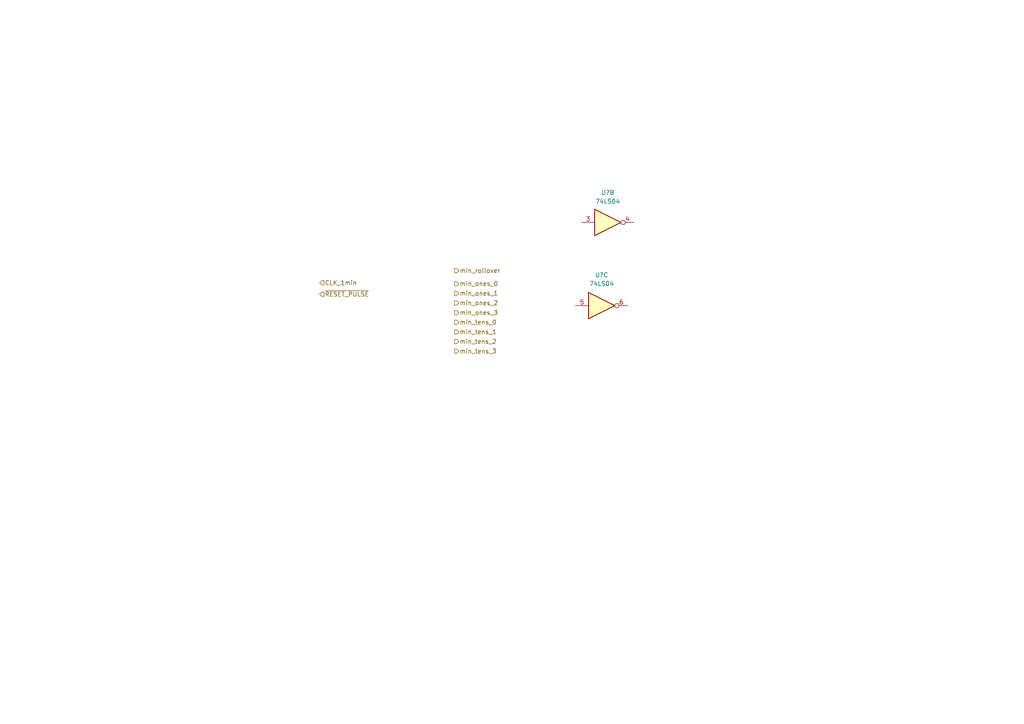
<source format=kicad_sch>
(kicad_sch (version 20211123) (generator eeschema)
  (paper "A4")
  (lib_symbols
    (symbol "74xx:74LS04"
      (property "Reference" "U" (at 0 1.27 0))
      (property "Value" "74LS04" (at 0 -1.27 0))
      (symbol "74LS04_1_0"
        (polyline (pts (xy -3.81 3.81) (xy -3.81 -3.81) (xy 3.81 0) (xy -3.81 3.81)) (stroke (width 0.254)) (fill (type background)))
        (pin input line (at -7.62 0 0) (length 3.81) (name "~") (number "1"))
        (pin output inverted (at 7.62 0 180) (length 3.81) (name "~") (number "2"))
      )
      (symbol "74LS04_2_0"
        (polyline (pts (xy -3.81 3.81) (xy -3.81 -3.81) (xy 3.81 0) (xy -3.81 3.81)) (stroke (width 0.254)) (fill (type background)))
        (pin input line (at -7.62 0 0) (length 3.81) (name "~") (number "3"))
        (pin output inverted (at 7.62 0 180) (length 3.81) (name "~") (number "4"))
      )
      (symbol "74LS04_3_0"
        (polyline (pts (xy -3.81 3.81) (xy -3.81 -3.81) (xy 3.81 0) (xy -3.81 3.81)) (stroke (width 0.254)) (fill (type background)))
        (pin input line (at -7.62 0 0) (length 3.81) (name "~") (number "5"))
        (pin output inverted (at 7.62 0 180) (length 3.81) (name "~") (number "6"))
      )
      (symbol "74LS04_4_0"
        (polyline (pts (xy -3.81 3.81) (xy -3.81 -3.81) (xy 3.81 0) (xy -3.81 3.81)) (stroke (width 0.254)) (fill (type background)))
        (pin output inverted (at 7.62 0 180) (length 3.81) (name "~") (number "8"))
        (pin input line (at -7.62 0 0) (length 3.81) (name "~") (number "9"))
      )
      (symbol "74LS04_5_0"
        (polyline (pts (xy -3.81 3.81) (xy -3.81 -3.81) (xy 3.81 0) (xy -3.81 3.81)) (stroke (width 0.254)) (fill (type background)))
        (pin output inverted (at 7.62 0 180) (length 3.81) (name "~") (number "10"))
        (pin input line (at -7.62 0 0) (length 3.81) (name "~") (number "11"))
      )
      (symbol "74LS04_6_0"
        (polyline (pts (xy -3.81 3.81) (xy -3.81 -3.81) (xy 3.81 0) (xy -3.81 3.81)) (stroke (width 0.254)) (fill (type background)))
        (pin output inverted (at 7.62 0 180) (length 3.81) (name "~") (number "12"))
        (pin input line (at -7.62 0 0) (length 3.81) (name "~") (number "13"))
      )
      (symbol "74LS04_7_0"
        (pin power_in line (at 0 12.7 270) (length 5.08) (name "VCC") (number "14"))
        (pin power_in line (at 0 -12.7 90) (length 5.08) (name "GND") (number "7"))
      )
      (symbol "74LS04_7_1"
        (rectangle (start -5.08 7.62) (end 5.08 -7.62) (stroke (width 0.254)) (fill (type background)))
      )
    )
  )
  (hierarchical_label "min_ones_1" (shape output) (at 131.826 85.09 0))
  (hierarchical_label "min_ones_3" (shape output) (at 131.826 90.678 0))
  (hierarchical_label "min_tens_2" (shape output) (at 131.826 99.06 0))
  (hierarchical_label "min_tens_0" (shape output) (at 131.826 93.472 0))
  (hierarchical_label "min_ones_0" (shape output) (at 131.826 82.296 0))
  (hierarchical_label "min_rollover" (shape output) (at 131.826 78.486 0))
  (hierarchical_label "CLK_1min" (shape input) (at 92.71 82.042 0))
  (hierarchical_label "min_ones_2" (shape output) (at 131.826 87.884 0))
  (hierarchical_label "~{RESET_PULSE}" (shape input) (at 92.71 85.344 0))
  (hierarchical_label "min_tens_1" (shape output) (at 131.826 96.266 0))
  (hierarchical_label "min_tens_3" (shape output) (at 131.826 101.854 0))
  (symbol (lib_id "74xx:74LS04") (at 176.276 64.516 0) (unit 2)
    (property "Reference" "U?" (at 176.276 55.88 0))
    (property "Value" "74LS04" (at 176.276 58.42 0))
    (property "Datasheet" "http://www.ti.com/lit/gpn/sn74LS04" (effects hide))
  )
  (symbol (lib_id "74xx:74LS04") (at 174.498 88.646 0) (unit 3)
    (property "Reference" "U?" (at 174.498 79.756 0))
    (property "Value" "74LS04" (at 174.498 82.296 0))
    (property "Datasheet" "http://www.ti.com/lit/gpn/sn74LS04" (effects hide))
  )
)
</source>
